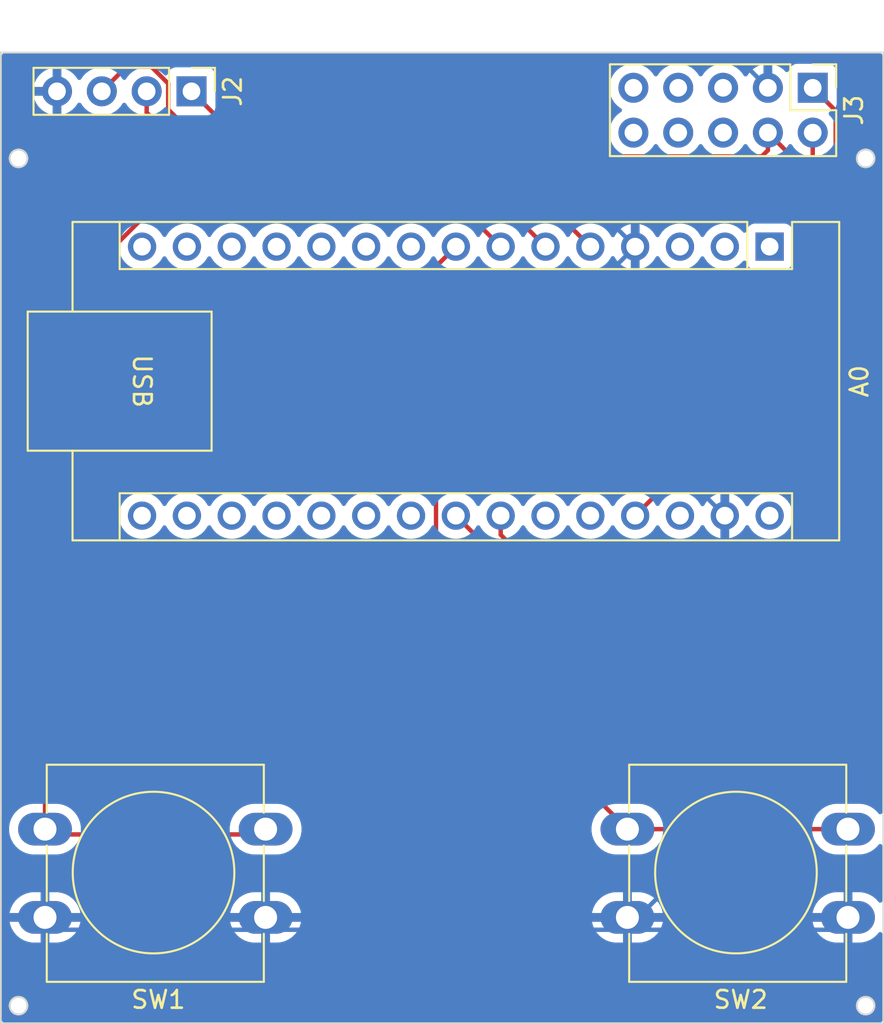
<source format=kicad_pcb>
(kicad_pcb (version 20221018) (generator pcbnew)
  (layers (0 "F.Cu" signal) (31 "B.Cu" signal) (34 "B.Paste" user) (35 "F.Paste" user) (36 "B.SilkS" user "B.Silkscreen") (37 "F.SilkS" user "F.Silkscreen") (38 "B.Mask" user) (39 "F.Mask" user) (44 "Edge.Cuts" user))
  (net 0 "")
  (net 4 "GND")
  (net 5 "/D2_DT")
  (net 6 "/D3_SCK")
  (net 7 "/PUSH_START")
  (net 8 "/PUSH_TIME")
  (net 23 "/SDA")
  (net 24 "/SCL")
  (net 27 "+5V")
  (footprint "Button_Switch_THT:SW_PUSH-12mm" (layer "F.Cu") (at 110 93 180)
    (fp_text reference "SW1" (at 6.08 -4.66) (layer "F.SilkS"))
    (fp_text value "Start")
    (fp_line (start 0.1 -3.65) (end 12.4 -3.65) (stroke (width 0.12)) (layer "F.SilkS"))
    (fp_line (start 0.1 -0.93) (end 0.1 -3.65) (stroke (width 0.12)) (layer "F.SilkS"))
    (fp_line (start 0.1 4.07) (end 0.1 0.93) (stroke (width 0.12)) (layer "F.SilkS"))
    (fp_line (start 0.1 8.65) (end 0.1 5.93) (stroke (width 0.12)) (layer "F.SilkS"))
    (fp_line (start 12.4 -3.65) (end 12.4 -0.93) (stroke (width 0.12)) (layer "F.SilkS"))
    (fp_line (start 12.4 0.93) (end 12.4 4.07) (stroke (width 0.12)) (layer "F.SilkS"))
    (fp_line (start 12.4 5.93) (end 12.4 8.65) (stroke (width 0.12)) (layer "F.SilkS"))
    (fp_line (start 12.4 8.65) (end 0.1 8.65) (stroke (width 0.12)) (layer "F.SilkS"))
    (fp_circle (center 6.35 2.54) (end 10.16 5.08) (stroke (width 0.12)) (fill none) (layer "F.SilkS"))
    (pad "1" thru_hole oval (at 0 0 180) (size 3.048 1.85) (drill 1.3) (layers "*.Cu" "*.Mask") (net 4 "GND"))
    (pad "1" thru_hole oval (at 12.5 0 180) (size 3.048 1.85) (drill 1.3) (layers "*.Cu" "*.Mask") (net 4 "GND"))
    (pad "2" thru_hole oval (at 0 5 180) (size 3.048 1.85) (drill 1.3) (layers "*.Cu" "*.Mask") (net 7 "/PUSH_START"))
    (pad "2" thru_hole oval (at 12.5 5 180) (size 3.048 1.85) (drill 1.3) (layers "*.Cu" "*.Mask") (net 7 "/PUSH_START"))
  )
  (footprint "Button_Switch_THT:SW_PUSH-12mm" (layer "F.Cu") (at 143 93 180)
    (fp_text reference "SW2" (at 6.08 -4.66) (layer "F.SilkS"))
    (fp_text value "Time")
    (fp_line (start 0.1 -3.65) (end 12.4 -3.65) (stroke (width 0.12)) (layer "F.SilkS"))
    (fp_line (start 0.1 -0.93) (end 0.1 -3.65) (stroke (width 0.12)) (layer "F.SilkS"))
    (fp_line (start 0.1 4.07) (end 0.1 0.93) (stroke (width 0.12)) (layer "F.SilkS"))
    (fp_line (start 0.1 8.65) (end 0.1 5.93) (stroke (width 0.12)) (layer "F.SilkS"))
    (fp_line (start 12.4 -3.65) (end 12.4 -0.93) (stroke (width 0.12)) (layer "F.SilkS"))
    (fp_line (start 12.4 0.93) (end 12.4 4.07) (stroke (width 0.12)) (layer "F.SilkS"))
    (fp_line (start 12.4 5.93) (end 12.4 8.65) (stroke (width 0.12)) (layer "F.SilkS"))
    (fp_line (start 12.4 8.65) (end 0.1 8.65) (stroke (width 0.12)) (layer "F.SilkS"))
    (fp_circle (center 6.35 2.54) (end 10.16 5.08) (stroke (width 0.12)) (fill none) (layer "F.SilkS"))
    (pad "1" thru_hole oval (at 0 0 180) (size 3.048 1.85) (drill 1.3) (layers "*.Cu" "*.Mask") (net 4 "GND"))
    (pad "1" thru_hole oval (at 12.5 0 180) (size 3.048 1.85) (drill 1.3) (layers "*.Cu" "*.Mask") (net 4 "GND"))
    (pad "2" thru_hole oval (at 0 5 180) (size 3.048 1.85) (drill 1.3) (layers "*.Cu" "*.Mask") (net 8 "/PUSH_TIME"))
    (pad "2" thru_hole oval (at 12.5 5 180) (size 3.048 1.85) (drill 1.3) (layers "*.Cu" "*.Mask") (net 8 "/PUSH_TIME"))
  )
  (footprint "Connector_PinHeader_2.54mm:PinHeader_2x05_P2.54mm_Vertical" (layer "F.Cu") (at 141 46 -90)
    (fp_text reference "J3" (at 1.27 -2.33 90) (layer "F.SilkS"))
    (fp_text value "Conn_01x10_Pin")
    (fp_line (start -1.33 -1.33) (end 0 -1.33) (stroke (width 0.12)) (layer "F.SilkS"))
    (fp_line (start -1.33 0) (end -1.33 -1.33) (stroke (width 0.12)) (layer "F.SilkS"))
    (fp_line (start -1.33 1.27) (end -1.33 11.49) (stroke (width 0.12)) (layer "F.SilkS"))
    (fp_line (start -1.33 1.27) (end 1.27 1.27) (stroke (width 0.12)) (layer "F.SilkS"))
    (fp_line (start -1.33 11.49) (end 3.87 11.49) (stroke (width 0.12)) (layer "F.SilkS"))
    (fp_line (start 1.27 -1.33) (end 3.87 -1.33) (stroke (width 0.12)) (layer "F.SilkS"))
    (fp_line (start 1.27 1.27) (end 1.27 -1.33) (stroke (width 0.12)) (layer "F.SilkS"))
    (fp_line (start 3.87 -1.33) (end 3.87 11.49) (stroke (width 0.12)) (layer "F.SilkS"))
    (pad "1" thru_hole rect (at 0 0 270) (size 1.7 1.7) (drill 1) (layers "*.Cu" "*.Mask") (net 23 "/SDA"))
    (pad "2" thru_hole oval (at 2.54 0 270) (size 1.7 1.7) (drill 1) (layers "*.Cu" "*.Mask") (net 24 "/SCL"))
    (pad "3" thru_hole oval (at 0 2.54 270) (size 1.7 1.7) (drill 1) (layers "*.Cu" "*.Mask") (net 4 "GND"))
    (pad "4" thru_hole oval (at 2.54 2.54 270) (size 1.7 1.7) (drill 1) (layers "*.Cu" "*.Mask") (net 27 "+5V"))
    (pad "5" thru_hole oval (at 0 5.08 270) (size 1.7 1.7) (drill 1) (layers "*.Cu" "*.Mask"))
    (pad "6" thru_hole oval (at 2.54 5.08 270) (size 1.7 1.7) (drill 1) (layers "*.Cu" "*.Mask"))
    (pad "7" thru_hole oval (at 0 7.62 270) (size 1.7 1.7) (drill 1) (layers "*.Cu" "*.Mask"))
    (pad "8" thru_hole oval (at 2.54 7.62 270) (size 1.7 1.7) (drill 1) (layers "*.Cu" "*.Mask"))
    (pad "9" thru_hole oval (at 0 10.16 270) (size 1.7 1.7) (drill 1) (layers "*.Cu" "*.Mask"))
    (pad "10" thru_hole oval (at 2.54 10.16 270) (size 1.7 1.7) (drill 1) (layers "*.Cu" "*.Mask"))
  )
  (footprint "Module:Arduino_Nano" (layer "F.Cu") (at 138.56 55 -90)
    (fp_text reference "A0" (at 7.62 -5.08 90) (layer "F.SilkS"))
    (fp_text value "Arduino_Nano_v3.x")
    (fp_text user "USB" (at 7.62 35.56 -90 unlocked) (layer "F.SilkS"))
    (fp_line (start -1.4 -3.94) (end -1.4 -1.27) (stroke (width 0.12)) (layer "F.SilkS"))
    (fp_line (start -1.4 1.27) (end -1.4 39.5) (stroke (width 0.12)) (layer "F.SilkS"))
    (fp_line (start -1.4 39.5) (end 3.68 39.5) (stroke (width 0.12)) (layer "F.SilkS"))
    (fp_line (start 1.27 -1.27) (end -1.4 -1.27) (stroke (width 0.12)) (layer "F.SilkS"))
    (fp_line (start 1.27 1.27) (end -1.4 1.27) (stroke (width 0.12)) (layer "F.SilkS"))
    (fp_line (start 1.27 1.27) (end 1.27 -1.27) (stroke (width 0.12)) (layer "F.SilkS"))
    (fp_line (start 1.27 1.27) (end 1.27 36.83) (stroke (width 0.12)) (layer "F.SilkS"))
    (fp_line (start 1.27 36.83) (end -1.4 36.83) (stroke (width 0.12)) (layer "F.SilkS"))
    (fp_line (start 3.68 31.62) (end 11.56 31.62) (stroke (width 0.12)) (layer "F.SilkS"))
    (fp_line (start 3.68 42.04) (end 3.68 31.62) (stroke (width 0.12)) (layer "F.SilkS"))
    (fp_line (start 11.56 31.62) (end 11.56 42.04) (stroke (width 0.12)) (layer "F.SilkS"))
    (fp_line (start 11.56 42.04) (end 3.68 42.04) (stroke (width 0.12)) (layer "F.SilkS"))
    (fp_line (start 13.97 -1.27) (end 13.97 36.83) (stroke (width 0.12)) (layer "F.SilkS"))
    (fp_line (start 13.97 -1.27) (end 16.64 -1.27) (stroke (width 0.12)) (layer "F.SilkS"))
    (fp_line (start 13.97 36.83) (end 16.64 36.83) (stroke (width 0.12)) (layer "F.SilkS"))
    (fp_line (start 16.64 -3.94) (end -1.4 -3.94) (stroke (width 0.12)) (layer "F.SilkS"))
    (fp_line (start 16.64 39.5) (end 11.56 39.5) (stroke (width 0.12)) (layer "F.SilkS"))
    (fp_line (start 16.64 39.5) (end 16.64 -3.94) (stroke (width 0.12)) (layer "F.SilkS"))
    (pad "1" thru_hole rect (at 0 0 270) (size 1.6 1.6) (drill 1) (layers "*.Cu" "*.Mask"))
    (pad "2" thru_hole oval (at 0 2.54 270) (size 1.6 1.6) (drill 1) (layers "*.Cu" "*.Mask"))
    (pad "3" thru_hole oval (at 0 5.08 270) (size 1.6 1.6) (drill 1) (layers "*.Cu" "*.Mask"))
    (pad "4" thru_hole oval (at 0 7.62 270) (size 1.6 1.6) (drill 1) (layers "*.Cu" "*.Mask") (net 4 "GND"))
    (pad "5" thru_hole oval (at 0 10.16 270) (size 1.6 1.6) (drill 1) (layers "*.Cu" "*.Mask") (net 5 "/D2_DT"))
    (pad "6" thru_hole oval (at 0 12.7 270) (size 1.6 1.6) (drill 1) (layers "*.Cu" "*.Mask") (net 6 "/D3_SCK"))
    (pad "7" thru_hole oval (at 0 15.24 270) (size 1.6 1.6) (drill 1) (layers "*.Cu" "*.Mask") (net 7 "/PUSH_START"))
    (pad "8" thru_hole oval (at 0 17.78 270) (size 1.6 1.6) (drill 1) (layers "*.Cu" "*.Mask") (net 8 "/PUSH_TIME"))
    (pad "9" thru_hole oval (at 0 20.32 270) (size 1.6 1.6) (drill 1) (layers "*.Cu" "*.Mask"))
    (pad "10" thru_hole oval (at 0 22.86 270) (size 1.6 1.6) (drill 1) (layers "*.Cu" "*.Mask"))
    (pad "11" thru_hole oval (at 0 25.4 270) (size 1.6 1.6) (drill 1) (layers "*.Cu" "*.Mask"))
    (pad "12" thru_hole oval (at 0 27.94 270) (size 1.6 1.6) (drill 1) (layers "*.Cu" "*.Mask"))
    (pad "13" thru_hole oval (at 0 30.48 270) (size 1.6 1.6) (drill 1) (layers "*.Cu" "*.Mask"))
    (pad "14" thru_hole oval (at 0 33.02 270) (size 1.6 1.6) (drill 1) (layers "*.Cu" "*.Mask"))
    (pad "15" thru_hole oval (at 0 35.56 270) (size 1.6 1.6) (drill 1) (layers "*.Cu" "*.Mask"))
    (pad "16" thru_hole oval (at 15.24 35.56 270) (size 1.6 1.6) (drill 1) (layers "*.Cu" "*.Mask"))
    (pad "17" thru_hole oval (at 15.24 33.02 270) (size 1.6 1.6) (drill 1) (layers "*.Cu" "*.Mask"))
    (pad "18" thru_hole oval (at 15.24 30.48 270) (size 1.6 1.6) (drill 1) (layers "*.Cu" "*.Mask"))
    (pad "19" thru_hole oval (at 15.24 27.94 270) (size 1.6 1.6) (drill 1) (layers "*.Cu" "*.Mask"))
    (pad "20" thru_hole oval (at 15.24 25.4 270) (size 1.6 1.6) (drill 1) (layers "*.Cu" "*.Mask"))
    (pad "21" thru_hole oval (at 15.24 22.86 270) (size 1.6 1.6) (drill 1) (layers "*.Cu" "*.Mask"))
    (pad "22" thru_hole oval (at 15.24 20.32 270) (size 1.6 1.6) (drill 1) (layers "*.Cu" "*.Mask"))
    (pad "23" thru_hole oval (at 15.24 17.78 270) (size 1.6 1.6) (drill 1) (layers "*.Cu" "*.Mask") (net 23 "/SDA"))
    (pad "24" thru_hole oval (at 15.24 15.24 270) (size 1.6 1.6) (drill 1) (layers "*.Cu" "*.Mask") (net 24 "/SCL"))
    (pad "25" thru_hole oval (at 15.24 12.7 270) (size 1.6 1.6) (drill 1) (layers "*.Cu" "*.Mask"))
    (pad "26" thru_hole oval (at 15.24 10.16 270) (size 1.6 1.6) (drill 1) (layers "*.Cu" "*.Mask"))
    (pad "27" thru_hole oval (at 15.24 7.62 270) (size 1.6 1.6) (drill 1) (layers "*.Cu" "*.Mask") (net 27 "+5V"))
    (pad "28" thru_hole oval (at 15.24 5.08 270) (size 1.6 1.6) (drill 1) (layers "*.Cu" "*.Mask"))
    (pad "29" thru_hole oval (at 15.24 2.54 270) (size 1.6 1.6) (drill 1) (layers "*.Cu" "*.Mask") (net 4 "GND"))
    (pad "30" thru_hole oval (at 15.24 0 270) (size 1.6 1.6) (drill 1) (layers "*.Cu" "*.Mask"))
  )
  (footprint "Connector_PinHeader_2.54mm:PinHeader_1x04_P2.54mm_Vertical" (layer "F.Cu") (at 105.8 46.2 -90)
    (fp_text reference "J2" (at 0 -2.33 90) (layer "F.SilkS"))
    (fp_text value "Conn_HX711")
    (fp_line (start -1.33 -1.33) (end 0 -1.33) (stroke (width 0.12)) (layer "F.SilkS"))
    (fp_line (start -1.33 0) (end -1.33 -1.33) (stroke (width 0.12)) (layer "F.SilkS"))
    (fp_line (start -1.33 1.27) (end -1.33 8.95) (stroke (width 0.12)) (layer "F.SilkS"))
    (fp_line (start -1.33 1.27) (end 1.33 1.27) (stroke (width 0.12)) (layer "F.SilkS"))
    (fp_line (start -1.33 8.95) (end 1.33 8.95) (stroke (width 0.12)) (layer "F.SilkS"))
    (fp_line (start 1.33 1.27) (end 1.33 8.95) (stroke (width 0.12)) (layer "F.SilkS"))
    (pad "1" thru_hole rect (at 0 0 270) (size 1.7 1.7) (drill 1) (layers "*.Cu" "*.Mask") (net 27 "+5V"))
    (pad "2" thru_hole oval (at 0 2.54 270) (size 1.7 1.7) (drill 1) (layers "*.Cu" "*.Mask") (net 6 "/D3_SCK"))
    (pad "3" thru_hole oval (at 0 5.08 270) (size 1.7 1.7) (drill 1) (layers "*.Cu" "*.Mask") (net 5 "/D2_DT"))
    (pad "4" thru_hole oval (at 0 7.62 270) (size 1.7 1.7) (drill 1) (layers "*.Cu" "*.Mask") (net 4 "GND"))
  )
  (gr_circle (center 144 98) (end 144.5 98) (stroke (width 0.1)) (fill none) (layer "Edge.Cuts"))
  (gr_rect (start 95 44) (end 145 99) (stroke (width 0.1)) (fill none) (layer "Edge.Cuts"))
  (gr_circle (center 144 50) (end 144.5 50) (stroke (width 0.1)) (fill none) (layer "Edge.Cuts"))
  (gr_circle (center 96 98) (end 96.5 98) (stroke (width 0.1)) (fill none) (layer "Edge.Cuts"))
  (gr_circle (center 96 50) (end 96.5 50) (stroke (width 0.1)) (fill none) (layer "Edge.Cuts"))
  (gr_text "CoffeeScale 1.0" (at 123 77) (layer "F.Cu") (effects (font (size 1.5 1.5) (thickness 0.3) bold) (justify left bottom)))
  (segment (start 130.94 55) (end 127.76 51.82) (width 0.25) (layer "B.Cu") (net 4))
  (segment (start 130.4 93.7) (end 142.9 93.7) (width 0.25) (layer "B.Cu") (net 4))
  (segment (start 101.4 56.01) (end 98.18 52.79) (width 0.25) (layer "B.Cu") (net 4))
  (segment (start 136.9 44.44) (end 138.46 46) (width 0.25) (layer "B.Cu") (net 4))
  (segment (start 126.59 59.35) (end 104.62 59.35) (width 0.25) (layer "B.Cu") (net 4))
  (segment (start 130.4 93.7) (end 97.4 93.7) (width 0.25) (layer "B.Cu") (net 4))
  (segment (start 136.02 88.08) (end 130.4 93.7) (width 0.25) (layer "B.Cu") (net 4))
  (segment (start 98.18 52.79) (end 98.18 46.2) (width 0.25) (layer "B.Cu") (net 4))
  (segment (start 104.62 59.35) (end 101.4 56.13) (width 0.25) (layer "B.Cu") (net 4))
  (segment (start 127.76 46.5) (end 129.82 44.44) (width 0.25) (layer "B.Cu") (net 4))
  (segment (start 136.02 70.24) (end 136.02 88.08) (width 0.25) (layer "B.Cu") (net 4))
  (segment (start 130.94 55) (end 126.59 59.35) (width 0.25) (layer "B.Cu") (net 4))
  (segment (start 130.94 55) (end 130.94 65.16) (width 0.25) (layer "B.Cu") (net 4))
  (segment (start 130.94 65.16) (end 136.02 70.24) (width 0.25) (layer "B.Cu") (net 4))
  (segment (start 101.4 56.13) (end 101.4 56.01) (width 0.25) (layer "B.Cu") (net 4))
  (segment (start 129.82 44.44) (end 136.9 44.44) (width 0.25) (layer "B.Cu") (net 4))
  (segment (start 127.76 51.82) (end 127.76 46.5) (width 0.25) (layer "B.Cu") (net 4))
  (segment (start 102.11 44.81) (end 100.72 46.2) (width 0.25) (layer "F.Cu") (net 5))
  (segment (start 124.53 51.13) (end 108.38 51.13) (width 0.25) (layer "F.Cu") (net 5))
  (segment (start 104.48 47.23) (end 104.48 45.758299) (width 0.25) (layer "F.Cu") (net 5))
  (segment (start 108.38 51.13) (end 104.48 47.23) (width 0.25) (layer "F.Cu") (net 5))
  (segment (start 103.531701 44.81) (end 102.11 44.81) (width 0.25) (layer "F.Cu") (net 5))
  (segment (start 128.4 55) (end 124.53 51.13) (width 0.25) (layer "F.Cu") (net 5))
  (segment (start 104.48 45.758299) (end 103.531701 44.81) (width 0.25) (layer "F.Cu") (net 5))
  (segment (start 103.26 46.2) (end 103.26 47.402081) (width 0.25) (layer "F.Cu") (net 6))
  (segment (start 107.547919 51.69) (end 122.55 51.69) (width 0.25) (layer "F.Cu") (net 6))
  (segment (start 122.55 51.69) (end 125.86 55) (width 0.25) (layer "F.Cu") (net 6))
  (segment (start 103.26 47.402081) (end 107.547919 51.69) (width 0.25) (layer "F.Cu") (net 6))
  (segment (start 121.45 53.13) (end 123.32 55) (width 0.25) (layer "F.Cu") (net 7))
  (segment (start 103.279009 53.13) (end 121.45 53.13) (width 0.25) (layer "F.Cu") (net 7))
  (segment (start 97.5 58.909009) (end 103.279009 53.13) (width 0.25) (layer "F.Cu") (net 7))
  (segment (start 109.5 88.3) (end 97.5 88.3) (width 0.25) (layer "F.Cu") (net 7))
  (segment (start 97.5 88.3) (end 97.5 58.909009) (width 0.25) (layer "F.Cu") (net 7))
  (segment (start 109.9 88.7) (end 109.5 88.3) (width 0.25) (layer "F.Cu") (net 7))
  (segment (start 119.655 56.125) (end 120.78 55) (width 0.25) (layer "F.Cu") (net 8))
  (segment (start 130.5 88) (end 143 88) (width 0.25) (layer "F.Cu") (net 8))
  (segment (start 119.655 77.155) (end 119.655 56.125) (width 0.25) (layer "F.Cu") (net 8))
  (segment (start 130.5 88) (end 119.655 77.155) (width 0.25) (layer "F.Cu") (net 8))
  (segment (start 142.3 50.2) (end 142.3 47.3) (width 0.25) (layer "F.Cu") (net 23))
  (segment (start 123.28 72.74) (end 123.45 72.74) (width 0.25) (layer "F.Cu") (net 23))
  (segment (start 123.475 72.715) (end 139.965 72.715) (width 0.25) (layer "F.Cu") (net 23))
  (segment (start 144.45 68.23) (end 144.45 52.35) (width 0.25) (layer "F.Cu") (net 23))
  (segment (start 144.45 52.35) (end 142.3 50.2) (width 0.25) (layer "F.Cu") (net 23))
  (segment (start 120.78 70.24) (end 123.28 72.74) (width 0.25) (layer "F.Cu") (net 23))
  (segment (start 123.45 72.74) (end 123.475 72.715) (width 0.25) (layer "F.Cu") (net 23))
  (segment (start 142.3 47.3) (end 141 46) (width 0.25) (layer "F.Cu") (net 23))
  (segment (start 139.965 72.715) (end 144.45 68.23) (width 0.25) (layer "F.Cu") (net 23))
  (segment (start 123.32 70.24) (end 123.32 71.32) (width 0.25) (layer "F.Cu") (net 24))
  (segment (start 124.265 72.265) (end 139.735 72.265) (width 0.25) (layer "F.Cu") (net 24))
  (segment (start 141 49.9) (end 141 48.54) (width 0.25) (layer "F.Cu") (net 24))
  (segment (start 139.735 72.265) (end 144 68) (width 0.25) (layer "F.Cu") (net 24))
  (segment (start 144 68) (end 144 52.9) (width 0.25) (layer "F.Cu") (net 24))
  (segment (start 123.32 71.32) (end 124.265 72.265) (width 0.25) (layer "F.Cu") (net 24))
  (segment (start 144 52.9) (end 141 49.9) (width 0.25) (layer "F.Cu") (net 24))
  (segment (start 138.46 48.54) (end 140.55 50.630001) (width 0.25) (layer "F.Cu") (net 27))
  (segment (start 109.49 49.89) (end 138.11 49.89) (width 0.25) (layer "F.Cu") (net 27))
  (segment (start 140.55 60.63) (end 130.94 70.24) (width 0.25) (layer "F.Cu") (net 27))
  (segment (start 138.46 49.54) (end 138.46 48.54) (width 0.25) (layer "F.Cu") (net 27))
  (segment (start 140.55 50.630001) (end 140.55 60.63) (width 0.25) (layer "F.Cu") (net 27))
  (segment (start 105.8 46.2) (end 109.49 49.89) (width 0.25) (layer "F.Cu") (net 27))
  (segment (start 138.11 49.89) (end 138.46 49.54) (width 0.25) (layer "F.Cu") (net 27))
  (zone (net 4) (net_name "GND") (layer "B.Cu") (connect_pads (clearance 0.508)) (min_thickness 0.25) (fill yes (thermal_gap 0.5) (thermal_bridge_width 0.5))
    (polygon (pts (xy 95 44) (xy 95 99) (xy 145 99) (xy 145 44)))
  )
)
</source>
